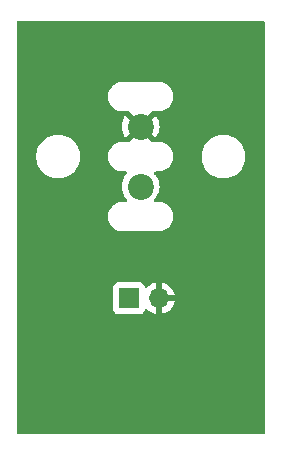
<source format=gbr>
%TF.GenerationSoftware,KiCad,Pcbnew,8.0.8*%
%TF.CreationDate,2025-04-01T17:59:14+02:00*%
%TF.ProjectId,biuzzcharge,6269757a-7a63-4686-9172-67652e6b6963,rev?*%
%TF.SameCoordinates,Original*%
%TF.FileFunction,Copper,L1,Top*%
%TF.FilePolarity,Positive*%
%FSLAX46Y46*%
G04 Gerber Fmt 4.6, Leading zero omitted, Abs format (unit mm)*
G04 Created by KiCad (PCBNEW 8.0.8) date 2025-04-01 17:59:14*
%MOMM*%
%LPD*%
G01*
G04 APERTURE LIST*
%TA.AperFunction,ComponentPad*%
%ADD10C,2.200000*%
%TD*%
%TA.AperFunction,ComponentPad*%
%ADD11R,1.700000X1.700000*%
%TD*%
%TA.AperFunction,ComponentPad*%
%ADD12O,1.700000X1.700000*%
%TD*%
G04 APERTURE END LIST*
D10*
%TO.P,J2,1,Pin_1*%
%TO.N,+5V*%
X109982000Y-91460000D03*
%TO.P,J2,2,Pin_2*%
%TO.N,GND*%
X109982000Y-96540000D03*
%TD*%
D11*
%TO.P,J1,1,Pin_1*%
%TO.N,GND*%
X109000000Y-106000000D03*
D12*
%TO.P,J1,2,Pin_2*%
%TO.N,+5V*%
X111540000Y-106000000D03*
%TD*%
%TA.AperFunction,Conductor*%
%TO.N,+5V*%
G36*
X120442539Y-82520185D02*
G01*
X120488294Y-82572989D01*
X120499500Y-82624500D01*
X120499500Y-117375500D01*
X120479815Y-117442539D01*
X120427011Y-117488294D01*
X120375500Y-117499500D01*
X99624500Y-117499500D01*
X99557461Y-117479815D01*
X99511706Y-117427011D01*
X99500500Y-117375500D01*
X99500500Y-105102135D01*
X107649500Y-105102135D01*
X107649500Y-106897870D01*
X107649501Y-106897876D01*
X107655908Y-106957483D01*
X107706202Y-107092328D01*
X107706206Y-107092335D01*
X107792452Y-107207544D01*
X107792455Y-107207547D01*
X107907664Y-107293793D01*
X107907671Y-107293797D01*
X108042517Y-107344091D01*
X108042516Y-107344091D01*
X108049444Y-107344835D01*
X108102127Y-107350500D01*
X109897872Y-107350499D01*
X109957483Y-107344091D01*
X110092331Y-107293796D01*
X110207546Y-107207546D01*
X110293796Y-107092331D01*
X110343002Y-106960401D01*
X110384872Y-106904468D01*
X110450337Y-106880050D01*
X110518610Y-106894901D01*
X110546865Y-106916053D01*
X110668917Y-107038105D01*
X110862421Y-107173600D01*
X111076507Y-107273429D01*
X111076516Y-107273433D01*
X111290000Y-107330634D01*
X111290000Y-106433012D01*
X111347007Y-106465925D01*
X111474174Y-106500000D01*
X111605826Y-106500000D01*
X111732993Y-106465925D01*
X111790000Y-106433012D01*
X111790000Y-107330633D01*
X112003483Y-107273433D01*
X112003492Y-107273429D01*
X112217578Y-107173600D01*
X112411082Y-107038105D01*
X112578105Y-106871082D01*
X112713600Y-106677578D01*
X112813429Y-106463492D01*
X112813432Y-106463486D01*
X112870636Y-106250000D01*
X111973012Y-106250000D01*
X112005925Y-106192993D01*
X112040000Y-106065826D01*
X112040000Y-105934174D01*
X112005925Y-105807007D01*
X111973012Y-105750000D01*
X112870636Y-105750000D01*
X112870635Y-105749999D01*
X112813432Y-105536513D01*
X112813429Y-105536507D01*
X112713600Y-105322422D01*
X112713599Y-105322420D01*
X112578113Y-105128926D01*
X112578108Y-105128920D01*
X112411082Y-104961894D01*
X112217578Y-104826399D01*
X112003492Y-104726570D01*
X112003486Y-104726567D01*
X111790000Y-104669364D01*
X111790000Y-105566988D01*
X111732993Y-105534075D01*
X111605826Y-105500000D01*
X111474174Y-105500000D01*
X111347007Y-105534075D01*
X111290000Y-105566988D01*
X111290000Y-104669364D01*
X111289999Y-104669364D01*
X111076513Y-104726567D01*
X111076507Y-104726570D01*
X110862422Y-104826399D01*
X110862420Y-104826400D01*
X110668926Y-104961886D01*
X110546865Y-105083947D01*
X110485542Y-105117431D01*
X110415850Y-105112447D01*
X110359917Y-105070575D01*
X110343002Y-105039598D01*
X110293797Y-104907671D01*
X110293793Y-104907664D01*
X110207547Y-104792455D01*
X110207544Y-104792452D01*
X110092335Y-104706206D01*
X110092328Y-104706202D01*
X109957482Y-104655908D01*
X109957483Y-104655908D01*
X109897883Y-104649501D01*
X109897881Y-104649500D01*
X109897873Y-104649500D01*
X109897864Y-104649500D01*
X108102129Y-104649500D01*
X108102123Y-104649501D01*
X108042516Y-104655908D01*
X107907671Y-104706202D01*
X107907664Y-104706206D01*
X107792455Y-104792452D01*
X107792452Y-104792455D01*
X107706206Y-104907664D01*
X107706202Y-104907671D01*
X107655908Y-105042517D01*
X107649501Y-105102116D01*
X107649500Y-105102135D01*
X99500500Y-105102135D01*
X99500500Y-93878711D01*
X101149500Y-93878711D01*
X101149500Y-94121288D01*
X101181161Y-94361785D01*
X101243947Y-94596104D01*
X101334470Y-94814646D01*
X101336776Y-94820212D01*
X101458064Y-95030289D01*
X101458066Y-95030292D01*
X101458067Y-95030293D01*
X101605733Y-95222736D01*
X101605739Y-95222743D01*
X101777256Y-95394260D01*
X101777262Y-95394265D01*
X101969711Y-95541936D01*
X102179788Y-95663224D01*
X102403900Y-95756054D01*
X102638211Y-95818838D01*
X102818586Y-95842584D01*
X102878711Y-95850500D01*
X102878712Y-95850500D01*
X103121289Y-95850500D01*
X103169388Y-95844167D01*
X103361789Y-95818838D01*
X103596100Y-95756054D01*
X103820212Y-95663224D01*
X104030289Y-95541936D01*
X104222738Y-95394265D01*
X104394265Y-95222738D01*
X104541936Y-95030289D01*
X104663224Y-94820212D01*
X104756054Y-94596100D01*
X104818838Y-94361789D01*
X104850500Y-94121288D01*
X104850500Y-93878712D01*
X104818838Y-93638211D01*
X104756054Y-93403900D01*
X104663224Y-93179788D01*
X104541936Y-92969711D01*
X104396589Y-92780291D01*
X104394266Y-92777263D01*
X104394260Y-92777256D01*
X104222743Y-92605739D01*
X104222736Y-92605733D01*
X104030293Y-92458067D01*
X104030292Y-92458066D01*
X104030289Y-92458064D01*
X103820212Y-92336776D01*
X103820205Y-92336773D01*
X103596104Y-92243947D01*
X103361785Y-92181161D01*
X103121289Y-92149500D01*
X103121288Y-92149500D01*
X102878712Y-92149500D01*
X102878711Y-92149500D01*
X102638214Y-92181161D01*
X102403895Y-92243947D01*
X102179794Y-92336773D01*
X102179785Y-92336777D01*
X101969706Y-92458067D01*
X101777263Y-92605733D01*
X101777256Y-92605739D01*
X101605739Y-92777256D01*
X101605733Y-92777263D01*
X101458067Y-92969706D01*
X101336777Y-93179785D01*
X101336773Y-93179794D01*
X101243947Y-93403895D01*
X101181161Y-93638214D01*
X101149500Y-93878711D01*
X99500500Y-93878711D01*
X99500500Y-88821577D01*
X107231500Y-88821577D01*
X107231500Y-89018422D01*
X107262290Y-89212826D01*
X107323117Y-89400029D01*
X107412476Y-89575405D01*
X107528172Y-89734646D01*
X107667354Y-89873828D01*
X107826595Y-89989524D01*
X107909455Y-90031743D01*
X108001970Y-90078882D01*
X108001972Y-90078882D01*
X108001975Y-90078884D01*
X108102317Y-90111487D01*
X108189173Y-90139709D01*
X108383578Y-90170500D01*
X108994691Y-90170500D01*
X109061730Y-90190185D01*
X109082372Y-90206819D01*
X109935554Y-91060000D01*
X109929339Y-91060000D01*
X109827606Y-91087259D01*
X109736394Y-91139920D01*
X109661920Y-91214394D01*
X109609259Y-91305606D01*
X109582000Y-91407339D01*
X109582000Y-91413552D01*
X108684266Y-90515818D01*
X108683567Y-90516637D01*
X108551980Y-90731368D01*
X108455603Y-90964043D01*
X108396812Y-91208927D01*
X108377052Y-91460000D01*
X108396812Y-91711072D01*
X108455603Y-91955956D01*
X108551980Y-92188631D01*
X108683568Y-92403362D01*
X108684266Y-92404179D01*
X109582000Y-91506445D01*
X109582000Y-91512661D01*
X109609259Y-91614394D01*
X109661920Y-91705606D01*
X109736394Y-91780080D01*
X109827606Y-91832741D01*
X109929339Y-91860000D01*
X109935553Y-91860000D01*
X109082372Y-92713181D01*
X109021049Y-92746666D01*
X108994691Y-92749500D01*
X108383578Y-92749500D01*
X108189173Y-92780290D01*
X108001970Y-92841117D01*
X107826594Y-92930476D01*
X107772593Y-92969711D01*
X107667354Y-93046172D01*
X107667352Y-93046174D01*
X107667351Y-93046174D01*
X107528174Y-93185351D01*
X107528174Y-93185352D01*
X107528172Y-93185354D01*
X107478485Y-93253741D01*
X107412476Y-93344594D01*
X107323117Y-93519970D01*
X107262290Y-93707173D01*
X107231500Y-93901577D01*
X107231500Y-94098422D01*
X107262290Y-94292826D01*
X107323117Y-94480029D01*
X107412476Y-94655405D01*
X107528172Y-94814646D01*
X107667354Y-94953828D01*
X107826595Y-95069524D01*
X107909455Y-95111743D01*
X108001970Y-95158882D01*
X108001972Y-95158882D01*
X108001975Y-95158884D01*
X108102317Y-95191487D01*
X108189173Y-95219709D01*
X108383578Y-95250500D01*
X108383583Y-95250500D01*
X108709564Y-95250500D01*
X108776603Y-95270185D01*
X108822358Y-95322989D01*
X108832302Y-95392147D01*
X108803854Y-95455030D01*
X108761924Y-95504124D01*
X108683161Y-95596343D01*
X108683160Y-95596346D01*
X108551533Y-95811140D01*
X108455126Y-96043889D01*
X108396317Y-96288848D01*
X108376551Y-96540000D01*
X108396317Y-96791151D01*
X108455126Y-97036110D01*
X108551533Y-97268859D01*
X108683160Y-97483653D01*
X108683161Y-97483656D01*
X108683164Y-97483659D01*
X108803854Y-97624969D01*
X108832425Y-97688730D01*
X108821988Y-97757815D01*
X108775857Y-97810291D01*
X108709564Y-97829500D01*
X108383578Y-97829500D01*
X108189173Y-97860290D01*
X108001970Y-97921117D01*
X107826594Y-98010476D01*
X107735741Y-98076485D01*
X107667354Y-98126172D01*
X107667352Y-98126174D01*
X107667351Y-98126174D01*
X107528174Y-98265351D01*
X107528174Y-98265352D01*
X107528172Y-98265354D01*
X107478485Y-98333741D01*
X107412476Y-98424594D01*
X107323117Y-98599970D01*
X107262290Y-98787173D01*
X107231500Y-98981577D01*
X107231500Y-99178422D01*
X107262290Y-99372826D01*
X107323117Y-99560029D01*
X107412476Y-99735405D01*
X107528172Y-99894646D01*
X107667354Y-100033828D01*
X107826595Y-100149524D01*
X107909455Y-100191743D01*
X108001970Y-100238882D01*
X108001972Y-100238882D01*
X108001975Y-100238884D01*
X108102317Y-100271487D01*
X108189173Y-100299709D01*
X108383578Y-100330500D01*
X108383583Y-100330500D01*
X111580422Y-100330500D01*
X111774826Y-100299709D01*
X111962025Y-100238884D01*
X112137405Y-100149524D01*
X112296646Y-100033828D01*
X112435828Y-99894646D01*
X112551524Y-99735405D01*
X112640884Y-99560025D01*
X112701709Y-99372826D01*
X112732500Y-99178422D01*
X112732500Y-98981577D01*
X112701709Y-98787173D01*
X112640882Y-98599970D01*
X112551523Y-98424594D01*
X112435828Y-98265354D01*
X112296646Y-98126172D01*
X112137405Y-98010476D01*
X111962029Y-97921117D01*
X111774826Y-97860290D01*
X111580422Y-97829500D01*
X111580417Y-97829500D01*
X111254436Y-97829500D01*
X111187397Y-97809815D01*
X111141642Y-97757011D01*
X111131698Y-97687853D01*
X111160145Y-97624969D01*
X111280836Y-97483659D01*
X111412466Y-97268859D01*
X111508873Y-97036111D01*
X111567683Y-96791148D01*
X111587449Y-96540000D01*
X111567683Y-96288852D01*
X111508873Y-96043889D01*
X111428769Y-95850500D01*
X111412466Y-95811140D01*
X111280839Y-95596346D01*
X111280838Y-95596343D01*
X111234366Y-95541932D01*
X111160145Y-95455030D01*
X111131575Y-95391270D01*
X111142012Y-95322185D01*
X111188143Y-95269709D01*
X111254436Y-95250500D01*
X111580422Y-95250500D01*
X111774826Y-95219709D01*
X111962025Y-95158884D01*
X112137405Y-95069524D01*
X112296646Y-94953828D01*
X112435828Y-94814646D01*
X112551524Y-94655405D01*
X112640884Y-94480025D01*
X112701709Y-94292826D01*
X112728878Y-94121288D01*
X112732500Y-94098422D01*
X112732500Y-93901577D01*
X112728878Y-93878711D01*
X115149500Y-93878711D01*
X115149500Y-94121288D01*
X115181161Y-94361785D01*
X115243947Y-94596104D01*
X115334470Y-94814646D01*
X115336776Y-94820212D01*
X115458064Y-95030289D01*
X115458066Y-95030292D01*
X115458067Y-95030293D01*
X115605733Y-95222736D01*
X115605739Y-95222743D01*
X115777256Y-95394260D01*
X115777262Y-95394265D01*
X115969711Y-95541936D01*
X116179788Y-95663224D01*
X116403900Y-95756054D01*
X116638211Y-95818838D01*
X116818586Y-95842584D01*
X116878711Y-95850500D01*
X116878712Y-95850500D01*
X117121289Y-95850500D01*
X117169388Y-95844167D01*
X117361789Y-95818838D01*
X117596100Y-95756054D01*
X117820212Y-95663224D01*
X118030289Y-95541936D01*
X118222738Y-95394265D01*
X118394265Y-95222738D01*
X118541936Y-95030289D01*
X118663224Y-94820212D01*
X118756054Y-94596100D01*
X118818838Y-94361789D01*
X118850500Y-94121288D01*
X118850500Y-93878712D01*
X118818838Y-93638211D01*
X118756054Y-93403900D01*
X118663224Y-93179788D01*
X118541936Y-92969711D01*
X118396589Y-92780291D01*
X118394266Y-92777263D01*
X118394260Y-92777256D01*
X118222743Y-92605739D01*
X118222736Y-92605733D01*
X118030293Y-92458067D01*
X118030292Y-92458066D01*
X118030289Y-92458064D01*
X117820212Y-92336776D01*
X117820205Y-92336773D01*
X117596104Y-92243947D01*
X117361785Y-92181161D01*
X117121289Y-92149500D01*
X117121288Y-92149500D01*
X116878712Y-92149500D01*
X116878711Y-92149500D01*
X116638214Y-92181161D01*
X116403895Y-92243947D01*
X116179794Y-92336773D01*
X116179785Y-92336777D01*
X115969706Y-92458067D01*
X115777263Y-92605733D01*
X115777256Y-92605739D01*
X115605739Y-92777256D01*
X115605733Y-92777263D01*
X115458067Y-92969706D01*
X115336777Y-93179785D01*
X115336773Y-93179794D01*
X115243947Y-93403895D01*
X115181161Y-93638214D01*
X115149500Y-93878711D01*
X112728878Y-93878711D01*
X112701709Y-93707173D01*
X112640882Y-93519970D01*
X112551523Y-93344594D01*
X112435828Y-93185354D01*
X112296646Y-93046172D01*
X112137405Y-92930476D01*
X111962029Y-92841117D01*
X111774826Y-92780290D01*
X111580422Y-92749500D01*
X111580417Y-92749500D01*
X110969309Y-92749500D01*
X110902270Y-92729815D01*
X110881628Y-92713181D01*
X110028447Y-91860000D01*
X110034661Y-91860000D01*
X110136394Y-91832741D01*
X110227606Y-91780080D01*
X110302080Y-91705606D01*
X110354741Y-91614394D01*
X110382000Y-91512661D01*
X110382000Y-91506447D01*
X111279732Y-92404180D01*
X111280430Y-92403363D01*
X111280432Y-92403361D01*
X111412019Y-92188631D01*
X111508396Y-91955956D01*
X111567187Y-91711072D01*
X111586947Y-91460000D01*
X111567187Y-91208927D01*
X111508396Y-90964043D01*
X111412019Y-90731368D01*
X111280429Y-90516634D01*
X111279733Y-90515819D01*
X111279732Y-90515819D01*
X110382000Y-91413551D01*
X110382000Y-91407339D01*
X110354741Y-91305606D01*
X110302080Y-91214394D01*
X110227606Y-91139920D01*
X110136394Y-91087259D01*
X110034661Y-91060000D01*
X110028446Y-91060000D01*
X110881628Y-90206819D01*
X110942951Y-90173334D01*
X110969309Y-90170500D01*
X111580422Y-90170500D01*
X111774826Y-90139709D01*
X111962025Y-90078884D01*
X112137405Y-89989524D01*
X112296646Y-89873828D01*
X112435828Y-89734646D01*
X112551524Y-89575405D01*
X112640884Y-89400025D01*
X112701709Y-89212826D01*
X112732500Y-89018422D01*
X112732500Y-88821577D01*
X112701709Y-88627173D01*
X112640882Y-88439970D01*
X112551523Y-88264594D01*
X112435828Y-88105354D01*
X112296646Y-87966172D01*
X112137405Y-87850476D01*
X111962029Y-87761117D01*
X111774826Y-87700290D01*
X111580422Y-87669500D01*
X111580417Y-87669500D01*
X108383583Y-87669500D01*
X108383578Y-87669500D01*
X108189173Y-87700290D01*
X108001970Y-87761117D01*
X107826594Y-87850476D01*
X107735741Y-87916485D01*
X107667354Y-87966172D01*
X107667352Y-87966174D01*
X107667351Y-87966174D01*
X107528174Y-88105351D01*
X107528174Y-88105352D01*
X107528172Y-88105354D01*
X107478485Y-88173741D01*
X107412476Y-88264594D01*
X107323117Y-88439970D01*
X107262290Y-88627173D01*
X107231500Y-88821577D01*
X99500500Y-88821577D01*
X99500500Y-82624500D01*
X99520185Y-82557461D01*
X99572989Y-82511706D01*
X99624500Y-82500500D01*
X120375500Y-82500500D01*
X120442539Y-82520185D01*
G37*
%TD.AperFunction*%
%TD*%
M02*

</source>
